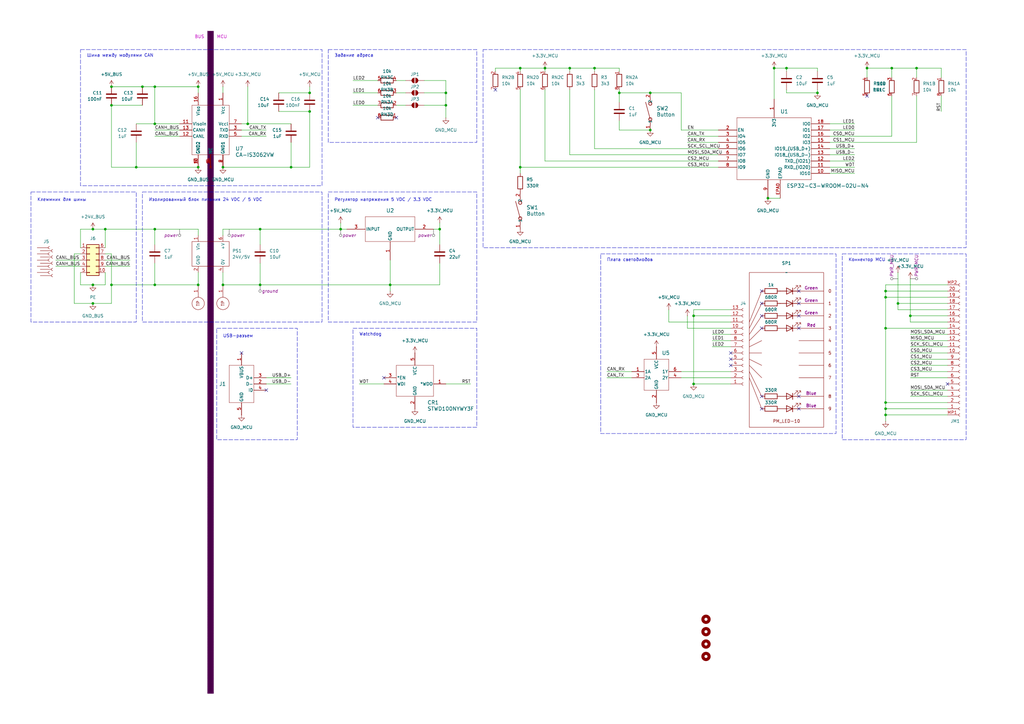
<source format=kicad_sch>
(kicad_sch (version 20250114) (generator "eeschema") (generator_version "9.0")
  (paper "A3")
  (title_block (title "${article} v${version}") (comment 2 "Konstantin"))
  (rectangle (start 12.7 78.74) (end 55.88 132.08) (stroke (width 0) (type dash)))
  (rectangle (start 88.9 134.62) (end 121.92 180.34) (stroke (width 0) (type dash)))
  (rectangle (start 144.78 134.62) (end 195.58 175.26) (stroke (width 0) (type dash)))
  (rectangle (start 198.12 20.32) (end 396.24 101.6) (stroke (width 0) (type dash)))
  (rectangle (start 246.38 104.14) (end 342.9 177.8) (stroke (width 0) (type dash)))
  (rectangle (start 134.62 78.74) (end 195.58 132.08) (stroke (width 0) (type dash)))
  (rectangle (start 33.02 20.32) (end 132.08 76.2) (stroke (width 0) (type dash)))
  (rectangle (start 58.42 78.74) (end 132.08 132.08) (stroke (width 0) (type dash)))
  (rectangle (start 345.44 104.14) (end 396.24 180.34) (stroke (width 0) (type dash)))
  (rectangle (start 85.09 12.7) (end 87.63 284.48) (stroke (width 0) (type dot) (color 72 0 72 1)) (fill (type color) (color 72 0 72 1)))
  (rectangle (start 134.62 20.32) (end 195.58 58.42) (stroke (width 0) (type dash)))
  (text "USB-разъем" (at 91.44 137.16 0) (effects (font (size 1.27 1.27)) (justify left top)))
  (text "Задание адреса" (at 137.16 22.86 0) (effects (font (size 1.27 1.27)) (justify left)))
  (text "Регулятор напряжения 5 VDC / 3.3 VDC" (at 137.16 81.28 0) (effects (font (size 1.27 1.27)) (justify left top)))
  (text "Плата светодиодов" (at 248.92 106.68 0) (effects (font (size 1.27 1.27)) (justify left)))
  (text "Шина между модулями CAN" (at 35.56 22.86 0) (effects (font (size 1.27 1.27)) (justify left)))
  (text "Изолированный блок питания 24 VDC / 5 VDC" (at 60.96 81.28 0) (effects (font (size 1.27 1.27)) (justify left top)))
  (text "MCU" (at 88.9 15.24 0) (effects (font (size 1.27 1.27)) (justify left)))
  (text "Watchdog" (at 147.32 137.16 0) (effects (font (size 1.27 1.27)) (justify left)))
  (text "Коннектор MCU" (at 347.98 106.68 0) (effects (font (size 1.27 1.27)) (justify left)))
  (text "BUS" (at 83.82 15.24 0) (effects (font (size 1.27 1.27)) (justify right)))
  (text "Клеммник для шины" (at 15.24 81.28 0) (effects (font (size 1.27 1.27)) (justify left top)))
  (junction (at 373.38 129.54))
  (junction (at 335.28 38.1))
  (junction (at 63.5 50.8))
  (junction (at 101.6 50.8))
  (junction (at 314.96 81.28))
  (junction (at 223.52 27.94))
  (junction (at 363.22 134.62))
  (junction (at 106.68 93.98))
  (junction (at 284.48 129.54))
  (junction (at 363.22 119.38))
  (junction (at 58.42 35.56))
  (junction (at 127 45.72))
  (junction (at 55.88 68.58))
  (junction (at 368.3 124.46))
  (junction (at 38.1 124.46))
  (junction (at 119.38 68.58))
  (junction (at 182.88 38.1))
  (junction (at 45.72 35.56))
  (junction (at 127 38.1))
  (junction (at 363.22 121.92))
  (junction (at 38.1 93.98))
  (junction (at 266.7 38.1))
  (junction (at 254 38.1))
  (junction (at 363.22 167.64))
  (junction (at 322.58 27.94))
  (junction (at 160.02 116.84))
  (junction (at 365.76 27.94))
  (junction (at 213.36 68.58))
  (junction (at 45.72 116.84))
  (junction (at 213.36 27.94))
  (junction (at 81.28 35.56))
  (junction (at 243.84 27.94))
  (junction (at 81.28 116.84))
  (junction (at 45.72 43.18))
  (junction (at 363.22 170.18))
  (junction (at 106.68 116.84))
  (junction (at 81.28 68.58))
  (junction (at 375.92 27.94))
  (junction (at 91.44 116.84))
  (junction (at 43.18 93.98))
  (junction (at 91.44 68.58))
  (junction (at 284.48 157.48))
  (junction (at 266.7 53.34))
  (junction (at 355.6 27.94))
  (junction (at 139.7 93.98))
  (junction (at 182.88 43.18))
  (junction (at 233.68 27.94))
  (junction (at 63.5 35.56))
  (junction (at 317.5 27.94))
  (junction (at 63.5 116.84))
  (junction (at 63.5 93.98))
  (junction (at 38.1 116.84))
  (junction (at 180.34 93.98))
  (junction (at 363.22 165.1))
  (no_connect (at 312.42 167.64))
  (no_connect (at 203.2 36.83))
  (no_connect (at 388.62 157.48))
  (no_connect (at 312.42 124.46))
  (no_connect (at 312.42 129.54))
  (no_connect (at 312.42 134.62))
  (no_connect (at 327.66 124.46))
  (no_connect (at 327.66 162.56))
  (no_connect (at 327.66 129.54))
  (no_connect (at 327.66 134.62))
  (no_connect (at 312.42 119.38))
  (no_connect (at 99.06 144.78))
  (no_connect (at 312.42 162.56))
  (no_connect (at 327.66 119.38))
  (no_connect (at 157.48 154.94))
  (no_connect (at 299.72 147.32))
  (no_connect (at 327.66 167.64))
  (no_connect (at 299.72 144.78))
  (no_connect (at 299.72 149.86))
  (no_connect (at 162.56 48.26))
  (no_connect (at 154.94 48.26))
  (no_connect (at 355.6 39.37))
  (no_connect (at 109.22 160.02))
  (wire (pts (xy 45.72 68.58) (xy 45.72 43.18)))
  (wire (pts (xy 281.94 129.54) (xy 281.94 134.62)))
  (wire (pts (xy 373.38 114.3) (xy 373.38 129.54)))
  (wire (pts (xy 284.48 129.54) (xy 299.72 129.54)))
  (wire (pts (xy 43.18 93.98) (xy 63.5 93.98)))
  (wire (pts (xy 43.18 116.84) (xy 43.18 111.76)))
  (wire (pts (xy 33.02 111.76) (xy 33.02 116.84)))
  (wire (pts (xy 43.18 109.22) (xy 53.34 109.22)))
  (wire (pts (xy 386.08 31.75) (xy 386.08 27.94)))
  (wire (pts (xy 254 27.94) (xy 254 29.21)))
  (wire (pts (xy 160.02 116.84) (xy 160.02 106.68)))
  (wire (pts (xy 127 68.58) (xy 119.38 68.58)))
  (wire (pts (xy 38.1 93.98) (xy 43.18 93.98)))
  (wire (pts (xy 368.3 127) (xy 388.62 127)))
  (wire (pts (xy 292.1 139.7) (xy 299.72 139.7)))
  (wire (pts (xy 55.88 68.58) (xy 45.72 68.58)))
  (wire (pts (xy 106.68 93.98) (xy 139.7 93.98)))
  (wire (pts (xy 363.22 119.38) (xy 388.62 119.38)))
  (wire (pts (xy 365.76 27.94) (xy 355.6 27.94)))
  (wire (pts (xy 292.1 137.16) (xy 299.72 137.16)))
  (wire (pts (xy 279.4 154.94) (xy 299.72 154.94)))
  (wire (pts (xy 365.76 27.94) (xy 365.76 31.75)))
  (wire (pts (xy 254 38.1) (xy 254 41.91)))
  (wire (pts (xy 363.22 167.64) (xy 388.62 167.64)))
  (wire (pts (xy 254 53.34) (xy 266.7 53.34)))
  (wire (pts (xy 173.99 43.18) (xy 182.88 43.18)))
  (wire (pts (xy 322.58 36.83) (xy 322.58 38.1)))
  (wire (pts (xy 99.06 50.8) (xy 101.6 50.8)))
  (wire (pts (xy 340.36 66.04) (xy 350.52 66.04)))
  (wire (pts (xy 363.22 116.84) (xy 388.62 116.84)))
  (wire (pts (xy 373.38 147.32) (xy 388.62 147.32)))
  (wire (pts (xy 279.4 152.4) (xy 299.72 152.4)))
  (wire (pts (xy 340.36 53.34) (xy 350.52 53.34)))
  (wire (pts (xy 274.32 127) (xy 274.32 132.08)))
  (wire (pts (xy 233.68 36.83) (xy 233.68 63.5)))
  (wire (pts (xy 355.6 27.94) (xy 355.6 31.75)))
  (wire (pts (xy 63.5 107.95) (xy 63.5 116.84)))
  (wire (pts (xy 284.48 127) (xy 284.48 129.54)))
  (wire (pts (xy 203.2 29.21) (xy 203.2 27.94)))
  (wire (pts (xy 363.22 134.62) (xy 363.22 165.1)))
  (wire (pts (xy 363.22 165.1) (xy 388.62 165.1)))
  (wire (pts (xy 127 35.56) (xy 127 38.1)))
  (wire (pts (xy 63.5 100.33) (xy 63.5 93.98)))
  (wire (pts (xy 106.68 107.95) (xy 106.68 116.84)))
  (wire (pts (xy 363.22 121.92) (xy 363.22 134.62)))
  (wire (pts (xy 73.66 50.8) (xy 63.5 50.8)))
  (wire (pts (xy 147.32 157.48) (xy 157.48 157.48)))
  (wire (pts (xy 81.28 111.76) (xy 81.28 116.84)))
  (wire (pts (xy 213.36 27.94) (xy 223.52 27.94)))
  (wire (pts (xy 91.44 116.84) (xy 106.68 116.84)))
  (wire (pts (xy 254 36.83) (xy 254 38.1)))
  (wire (pts (xy 22.86 106.68) (xy 33.02 106.68)))
  (wire (pts (xy 213.36 29.21) (xy 213.36 27.94)))
  (wire (pts (xy 109.22 157.48) (xy 119.38 157.48)))
  (wire (pts (xy 223.52 27.94) (xy 233.68 27.94)))
  (wire (pts (xy 109.22 154.94) (xy 119.38 154.94)))
  (wire (pts (xy 373.38 162.56) (xy 388.62 162.56)))
  (wire (pts (xy 144.78 43.18) (xy 154.94 43.18)))
  (wire (pts (xy 91.44 96.52) (xy 91.44 93.98)))
  (wire (pts (xy 317.5 27.94) (xy 317.5 40.64)))
  (wire (pts (xy 322.58 38.1) (xy 335.28 38.1)))
  (wire (pts (xy 266.7 38.1) (xy 279.4 38.1)))
  (wire (pts (xy 373.38 142.24) (xy 388.62 142.24)))
  (wire (pts (xy 340.36 71.12) (xy 350.52 71.12)))
  (wire (pts (xy 213.36 68.58) (xy 213.36 36.83)))
  (wire (pts (xy 223.52 36.83) (xy 223.52 66.04)))
  (wire (pts (xy 81.28 35.56) (xy 63.5 35.56)))
  (wire (pts (xy 173.99 38.1) (xy 182.88 38.1)))
  (wire (pts (xy 127 38.1) (xy 114.3 38.1)))
  (wire (pts (xy 45.72 104.14) (xy 45.72 116.84)))
  (wire (pts (xy 386.08 39.37) (xy 386.08 45.72)))
  (wire (pts (xy 375.92 27.94) (xy 386.08 27.94)))
  (wire (pts (xy 30.48 104.14) (xy 30.48 124.46)))
  (wire (pts (xy 180.34 93.98) (xy 180.34 100.33)))
  (wire (pts (xy 63.5 116.84) (xy 81.28 116.84)))
  (wire (pts (xy 373.38 139.7) (xy 388.62 139.7)))
  (wire (pts (xy 33.02 116.84) (xy 38.1 116.84)))
  (wire (pts (xy 109.22 55.88) (xy 99.06 55.88)))
  (wire (pts (xy 317.5 27.94) (xy 322.58 27.94)))
  (wire (pts (xy 335.28 27.94) (xy 335.28 29.21)))
  (wire (pts (xy 373.38 154.94) (xy 388.62 154.94)))
  (wire (pts (xy 91.44 93.98) (xy 106.68 93.98)))
  (wire (pts (xy 106.68 116.84) (xy 160.02 116.84)))
  (wire (pts (xy 299.72 157.48) (xy 284.48 157.48)))
  (wire (pts (xy 180.34 116.84) (xy 160.02 116.84)))
  (wire (pts (xy 365.76 39.37) (xy 365.76 55.88)))
  (wire (pts (xy 43.18 101.6) (xy 43.18 93.98)))
  (wire (pts (xy 81.28 35.56) (xy 81.28 38.1)))
  (wire (pts (xy 45.72 116.84) (xy 63.5 116.84)))
  (wire (pts (xy 363.22 167.64) (xy 363.22 170.18)))
  (wire (pts (xy 119.38 50.8) (xy 101.6 50.8)))
  (wire (pts (xy 340.36 50.8) (xy 350.52 50.8)))
  (wire (pts (xy 363.22 119.38) (xy 363.22 121.92)))
  (wire (pts (xy 38.1 124.46) (xy 45.72 124.46)))
  (wire (pts (xy 322.58 27.94) (xy 335.28 27.94)))
  (wire (pts (xy 213.36 68.58) (xy 213.36 71.12)))
  (wire (pts (xy 314.96 81.28) (xy 320.04 81.28)))
  (wire (pts (xy 274.32 132.08) (xy 299.72 132.08)))
  (wire (pts (xy 33.02 101.6) (xy 33.02 93.98)))
  (wire (pts (xy 127 45.72) (xy 114.3 45.72)))
  (wire (pts (xy 279.4 38.1) (xy 279.4 53.34)))
  (wire (pts (xy 180.34 93.98) (xy 180.34 91.44)))
  (wire (pts (xy 243.84 60.96) (xy 294.64 60.96)))
  (wire (pts (xy 340.36 58.42) (xy 375.92 58.42)))
  (wire (pts (xy 223.52 66.04) (xy 294.64 66.04)))
  (wire (pts (xy 243.84 27.94) (xy 254 27.94)))
  (wire (pts (xy 119.38 58.42) (xy 119.38 68.58)))
  (wire (pts (xy 368.3 111.76) (xy 368.3 124.46)))
  (wire (pts (xy 73.66 53.34) (xy 63.5 53.34)))
  (wire (pts (xy 363.22 170.18) (xy 388.62 170.18)))
  (wire (pts (xy 182.88 33.02) (xy 182.88 38.1)))
  (wire (pts (xy 81.28 68.58) (xy 55.88 68.58)))
  (wire (pts (xy 233.68 27.94) (xy 233.68 29.21)))
  (wire (pts (xy 203.2 27.94) (xy 213.36 27.94)))
  (wire (pts (xy 182.88 157.48) (xy 193.04 157.48)))
  (wire (pts (xy 243.84 36.83) (xy 243.84 60.96)))
  (wire (pts (xy 119.38 68.58) (xy 91.44 68.58)))
  (wire (pts (xy 162.56 33.02) (xy 166.37 33.02)))
  (wire (pts (xy 373.38 137.16) (xy 388.62 137.16)))
  (wire (pts (xy 45.72 35.56) (xy 58.42 35.56)))
  (wire (pts (xy 373.38 144.78) (xy 388.62 144.78)))
  (wire (pts (xy 248.92 152.4) (xy 259.08 152.4)))
  (wire (pts (xy 182.88 38.1) (xy 182.88 43.18)))
  (wire (pts (xy 33.02 104.14) (xy 30.48 104.14)))
  (wire (pts (xy 363.22 134.62) (xy 388.62 134.62)))
  (wire (pts (xy 243.84 27.94) (xy 243.84 29.21)))
  (wire (pts (xy 173.99 33.02) (xy 182.88 33.02)))
  (wire (pts (xy 63.5 35.56) (xy 58.42 35.56)))
  (wire (pts (xy 63.5 50.8) (xy 55.88 50.8)))
  (wire (pts (xy 144.78 38.1) (xy 154.94 38.1)))
  (wire (pts (xy 63.5 35.56) (xy 63.5 50.8)))
  (wire (pts (xy 281.94 58.42) (xy 294.64 58.42)))
  (wire (pts (xy 340.36 68.58) (xy 350.52 68.58)))
  (wire (pts (xy 106.68 100.33) (xy 106.68 93.98)))
  (wire (pts (xy 180.34 107.95) (xy 180.34 116.84)))
  (wire (pts (xy 139.7 93.98) (xy 142.24 93.98)))
  (wire (pts (xy 55.88 58.42) (xy 55.88 68.58)))
  (wire (pts (xy 254 38.1) (xy 266.7 38.1)))
  (wire (pts (xy 33.02 93.98) (xy 38.1 93.98)))
  (wire (pts (xy 281.94 134.62) (xy 299.72 134.62)))
  (wire (pts (xy 223.52 27.94) (xy 223.52 29.21)))
  (wire (pts (xy 373.38 129.54) (xy 373.38 132.08)))
  (wire (pts (xy 162.56 43.18) (xy 166.37 43.18)))
  (wire (pts (xy 45.72 104.14) (xy 43.18 104.14)))
  (wire (pts (xy 182.88 43.18) (xy 182.88 48.26)))
  (wire (pts (xy 368.3 124.46) (xy 368.3 127)))
  (wire (pts (xy 373.38 160.02) (xy 388.62 160.02)))
  (wire (pts (xy 373.38 132.08) (xy 388.62 132.08)))
  (wire (pts (xy 38.1 116.84) (xy 43.18 116.84)))
  (wire (pts (xy 284.48 129.54) (xy 284.48 157.48)))
  (wire (pts (xy 340.36 55.88) (xy 365.76 55.88)))
  (wire (pts (xy 340.36 60.96) (xy 350.52 60.96)))
  (wire (pts (xy 91.44 111.76) (xy 91.44 116.84)))
  (wire (pts (xy 373.38 152.4) (xy 388.62 152.4)))
  (wire (pts (xy 81.28 96.52) (xy 81.28 93.98)))
  (wire (pts (xy 101.6 35.56) (xy 101.6 50.8)))
  (wire (pts (xy 63.5 93.98) (xy 81.28 93.98)))
  (wire (pts (xy 127 45.72) (xy 127 68.58)))
  (wire (pts (xy 375.92 31.75) (xy 375.92 27.94)))
  (wire (pts (xy 248.92 154.94) (xy 259.08 154.94)))
  (wire (pts (xy 368.3 124.46) (xy 388.62 124.46)))
  (wire (pts (xy 43.18 106.68) (xy 53.34 106.68)))
  (wire (pts (xy 177.8 93.98) (xy 180.34 93.98)))
  (wire (pts (xy 363.22 116.84) (xy 363.22 119.38)))
  (wire (pts (xy 73.66 55.88) (xy 63.5 55.88)))
  (wire (pts (xy 363.22 121.92) (xy 388.62 121.92)))
  (wire (pts (xy 340.36 63.5) (xy 350.52 63.5)))
  (wire (pts (xy 365.76 27.94) (xy 375.92 27.94)))
  (wire (pts (xy 30.48 124.46) (xy 38.1 124.46)))
  (wire (pts (xy 373.38 129.54) (xy 388.62 129.54)))
  (wire (pts (xy 284.48 127) (xy 299.72 127)))
  (wire (pts (xy 322.58 29.21) (xy 322.58 27.94)))
  (wire (pts (xy 233.68 27.94) (xy 243.84 27.94)))
  (wire (pts (xy 58.42 43.18) (xy 45.72 43.18)))
  (wire (pts (xy 139.7 91.44) (xy 139.7 93.98)))
  (wire (pts (xy 292.1 142.24) (xy 299.72 142.24)))
  (wire (pts (xy 281.94 55.88) (xy 294.64 55.88)))
  (wire (pts (xy 363.22 165.1) (xy 363.22 167.64)))
  (wire (pts (xy 254 49.53) (xy 254 53.34)))
  (wire (pts (xy 91.44 35.56) (xy 91.44 38.1)))
  (wire (pts (xy 375.92 39.37) (xy 375.92 58.42)))
  (wire (pts (xy 22.86 109.22) (xy 33.02 109.22)))
  (wire (pts (xy 279.4 53.34) (xy 294.64 53.34)))
  (wire (pts (xy 144.78 33.02) (xy 154.94 33.02)))
  (wire (pts (xy 45.72 116.84) (xy 45.72 124.46)))
  (wire (pts (xy 109.22 53.34) (xy 99.06 53.34)))
  (wire (pts (xy 233.68 63.5) (xy 294.64 63.5)))
  (wire (pts (xy 363.22 170.18) (xy 363.22 172.72)))
  (wire (pts (xy 213.36 68.58) (xy 294.64 68.58)))
  (wire (pts (xy 335.28 36.83) (xy 335.28 38.1)))
  (wire (pts (xy 373.38 149.86) (xy 388.62 149.86)))
  (wire (pts (xy 162.56 38.1) (xy 166.37 38.1)))
  (wire (pts (xy 160.02 116.84) (xy 160.02 119.38)))
  (label "USB_D+" (at 119.38 154.94 180))
  (label "CS2_MCU" (at 281.94 66.04 0))
  (label "USB_D-" (at 119.38 157.48 180))
  (label "CANL_BUS" (at 53.34 106.68 180))
  (label "CS0_MCU" (at 350.52 55.88 180))
  (label "CS1_MCU" (at 350.52 58.42 180))
  (label "SCK_SCL_MCU" (at 281.94 60.96 0))
  (label "CAN_RX" (at 281.94 58.42 0))
  (label "CAN_RX" (at 109.22 55.88 180))
  (label "LED1" (at 350.52 50.8 180))
  (label "CS1_MCU" (at 373.38 147.32 0))
  (label "SCK_SCL_MCU" (at 373.38 162.56 0))
  (label "MOSI_SDA_MCU" (at 373.38 160.02 0))
  (label "CANH_BUS" (at 63.5 53.34 0))
  (label "LED0" (at 144.78 43.18 0))
  (label "MISO_MCU" (at 373.38 139.7 0))
  (label "LED2" (at 144.78 33.02 0))
  (label "CANL_BUS" (at 22.86 106.68 0))
  (label "LED0" (at 350.52 53.34 180))
  (label "USB_D-" (at 350.52 63.5 180))
  (label "LED0" (at 292.1 137.16 0))
  (label "SCK_SCL_MCU" (at 373.38 142.24 0))
  (label "RST" (at 386.08 45.72 90))
  (label "USB_D+" (at 350.52 60.96 180))
  (label "CAN_TX" (at 109.22 53.34 180))
  (label "RST" (at 373.38 154.94 0))
  (label "MISO_MCU" (at 350.52 71.12 180))
  (label "RST" (at 193.04 157.48 180))
  (label "MOSI_SDA_MCU" (at 373.38 137.16 0))
  (label "CANL_BUS" (at 63.5 55.88 0))
  (label "CAN_TX" (at 248.92 154.94 0))
  (label "WDT" (at 147.32 157.48 0))
  (label "WDT" (at 350.52 68.58 180))
  (label "CS2_MCU" (at 373.38 149.86 0))
  (label "CS3_MCU" (at 281.94 68.58 0))
  (label "CS3_MCU" (at 373.38 152.4 0))
  (label "EN" (at 281.94 53.34 0))
  (label "CANH_BUS" (at 22.86 109.22 0))
  (label "CS0_MCU" (at 373.38 144.78 0))
  (label "CAN_TX" (at 281.94 55.88 0))
  (label "CAN_RX" (at 248.92 152.4 0))
  (label "LED1" (at 292.1 139.7 0))
  (label "LED2" (at 292.1 142.24 0))
  (label "MOSI_SDA_MCU" (at 281.94 63.5 0))
  (label "CANH_BUS" (at 53.34 109.22 180))
  (label "LED2" (at 350.52 66.04 180))
  (label "LED1" (at 144.78 38.1 0))
  (netclass_flag "" (length 2.54) (shape round) (at 177.8 93.98 180) (property "Netclass" "power" (at 177.1015 96.52 0) (effects (font (italic yes)) (justify right))))
  (netclass_flag "" (length 2.54) (shape round) (at 73.66 93.98 180) (property "Netclass" "power" (at 72.9615 96.52 0) (effects (font (italic yes)) (justify right))))
  (netclass_flag "" (length 2.54) (shape round) (at 93.98 93.98 180) (property "Netclass" "power" (at 94.6785 96.52 0) (effects (font (italic yes)) (justify left))))
  (netclass_flag "" (length 2.54) (shape round) (at 106.68 116.84 180) (property "Netclass" "ground" (at 107.3785 119.38 0) (effects (font (italic yes)) (justify left))))
  (netclass_flag "" (length 2.54) (shape round) (at 368.3 114.3 90) (property "Netclass" "PWR_MCU" (at 365.76 113.6015 90) (effects (font (italic yes)) (justify left))))
  (netclass_flag "" (length 2.54) (shape round) (at 139.7 93.98 180) (property "Netclass" "power" (at 140.3985 96.52 0) (effects (font (italic yes)) (justify left))))
  (netclass_flag "" (length 2.54) (shape round) (at 373.38 114.3 270) (property "Netclass" "PWR_MCU" (at 375.92 113.6015 90) (effects (font (italic yes)) (justify left))))
  (symbol (lib_id "kicad_inventree_lib:C_100nF_16V_0603_MLCC-X7R") (at 127 41.91 0) (mirror y) (unit 1)
    (property "Reference" "C16" (at 123.19 40.6399 0) (effects (justify left)))
    (property "Value" "100nF" (at 123.19 43.1799 0) (effects (justify left)))
    (property "Footprint" "Capacitor_SMD:C_0603_1608Metric" (effects (hide yes)))
    (property "Datasheet" "http://inventree.network/part/221" (effects (hide yes)))
    (property "Description" "Unpolarized capacitor" (effects (hide yes)))
    (property "part_ipn" "C_100nF_16V_0603_MLCC-X7R" (effects (hide yes)))
  )
  (symbol (lib_id "kicad_inventree_lib:C_1uF_50V_0603_MLCC-X7R") (at 119.38 54.61 0) (mirror y) (unit 1)
    (property "Reference" "C15" (at 115.57 53.3399 0) (effects (justify left)))
    (property "Value" "1uF" (at 115.57 55.8799 0) (effects (justify left)))
    (property "Footprint" "Capacitor_SMD:C_0603_1608Metric" (effects (hide yes)))
    (property "Description" "Unpolarized capacitor" (effects (hide yes)))
    (property "part_ipn" "C_1uF_50V_0603_MLCC-X7R" (effects (hide yes)))
  )
  (symbol (lib_id "power:GND") (at 81.28 68.58 0) (mirror y) (unit 1)
    (property "Reference" "#PWR023" (effects (hide yes)))
    (property "Value" "GND_BUS" (at 81.28 73.66 0))
    (property "Description" "Power symbol creates a global label with name \"GND\" , ground" (effects (hide yes)))
  )
  (symbol (lib_id "kicad_inventree_lib: C_1uF_16V_0603_MLCC-X7R ") (at 335.28 33.02 0) (unit 1)
    (property "Reference" "C5" (at 339.09 31.7499 0) (effects (justify left)))
    (property "Value" "1uF" (at 339.09 34.2899 0) (effects (justify left)))
    (property "Footprint" "Capacitor_SMD:C_0603_1608Metric" (effects (hide yes)))
    (property "Datasheet" "http://inventree.network/part/227/" (effects (hide yes)))
    (property "Description" "Unpolarized capacitor" (effects (hide yes)))
    (property "part_ipn" " C_1uF_16V_0603_MLCC-X7R " (effects (hide yes)))
  )
  (symbol (lib_id "kicad_inventree_lib:TS-1088-AR02016") (at 266.7 53.34 90) (unit 1)
    (property "Reference" "SW2" (at 269.24 44.4499 90) (effects (font (size 1.524 1.524)) (justify right)))
    (property "Value" "Button" (at 269.24 46.9899 90) (effects (font (size 1.524 1.524)) (justify right)))
    (property "Footprint" "kicad_inventree_lib:SW_TS-1088_XNP-M" (effects (hide yes)))
    (property "Datasheet" "http://inventree.network/part/139/" (effects (hide yes)))
    (property "part_ipn" "TS-1088-AR02016 " (effects (hide yes)))
  )
  (symbol (lib_id "kicad_inventree_lib:C_10uF_16V_0805_MLCC-X7R") (at 58.42 39.37 0) (mirror y) (unit 1)
    (property "Reference" "C13" (at 54.61 38.0999 0) (effects (justify left)))
    (property "Value" "10uF" (at 54.61 40.6399 0) (effects (justify left)))
    (property "Footprint" "Capacitor_SMD:C_0805_2012Metric" (effects (hide yes)))
    (property "Datasheet" "http://inventree.network/part/271/" (effects (hide yes)))
    (property "Description" "Unpolarized capacitor" (effects (hide yes)))
    (property "part_ipn" "C_10uF_16V_0805_MLCC-X7R" (effects (hide yes)))
  )
  (symbol (lib_id "power:+3.3V") (at 269.24 142.24 0) (unit 1)
    (property "Reference" "#PWR029" (effects (hide yes)))
    (property "Value" "+3.3V_MCU" (at 269.24 137.16 0))
    (property "Description" "Power symbol creates a global label with name \"+3.3V\"" (effects (hide yes)))
  )
  (symbol (lib_id "kicad_inventree_lib:15EDGKNH-3.5-10P") (at 20.32 106.68 0) (unit 1) (on_board no)
    (property "Reference" "J5" (at 17.78 99.06 0) (effects (justify left)))
    (property "Value" "15EDGKNH-3.5-10P" (effects (hide yes)))
    (property "Datasheet" "http://inventree.network/part/257/" (effects (hide yes)))
    (property "Description" "Generic connector, single row, 01x05, script generated" (effects (hide yes)))
    (property "part_ipn" "15EDGKNH-3.5-10P" (effects (hide yes)))
  )
  (symbol (lib_id "kicad_inventree_lib:SolderJumper_2_Open") (at 170.18 43.18 0) (unit 1) (in_bom no)
    (property "Reference" "JP3" (at 170.18 40.64 0))
    (property "Value" "SolderJumper_2_Open" (effects (hide yes)))
    (property "Footprint" "kicad_inventree_lib:SolderJumper-2_P1.3mm_Open_RoundedPad1.0x1.5mm" (effects (hide yes)))
    (property "Description" "Solder Jumper, 2-pole, open" (effects (hide yes)))
  )
  (symbol (lib_id "kicad_inventree_lib:R_3k3_0603_1%") (at 233.68 33.02 0) (unit 1)
    (property "Reference" "R1" (at 236.22 31.7499 0) (effects (justify left)))
    (property "Value" "3k3" (at 236.22 34.2899 0) (effects (justify left)))
    (property "Footprint" "Resistor_SMD:R_0603_1608Metric" (effects (hide yes)))
    (property "Datasheet" "http://inventree.network/part/234/" (effects (hide yes)))
    (property "Description" "Resistor" (effects (hide yes)))
    (property "part_ipn" "R_3k3_0603_1%" (effects (hide yes)))
  )
  (symbol (lib_id "kicad_inventree_lib:PM_LED-10-v0.0.1") (at 322.58 111.76 0) (unit 1) (on_board no)
    (property "Reference" "SP1" (at 322.58 107.95 0))
    (property "Value" "~" (at 322.58 111.76 0))
    (property "Footprint" "kicad_inventree_lib:PM_LED-xx-v0.0.1" (effects (hide yes)))
    (property "part_ipn" "PM_LED-10-v0.0.1" (effects (hide yes)))
  )
  (symbol (lib_id "kicad_inventree_lib:R_10k_0603x4_1%") (at 365.76 35.56 180) (unit 3)
    (property "Reference" "RN1" (at 363.22 36.8301 0) (effects (justify left)))
    (property "Value" "10k" (at 363.22 34.2901 0) (effects (justify left)))
    (property "Footprint" "Resistor_SMD:R_Array_Convex_4x0603" (effects (hide yes)))
    (property "Datasheet" "http://inventree.network/part/233/" (effects (hide yes)))
    (property "Description" "4 resistor network, parallel topology, split" (effects (hide yes)))
    (property "part_ipn" "R_10k_0603x4_1%" (effects (hide yes)))
  )
  (symbol (lib_id "kicad_inventree_lib:CA-IS3062VW") (at 86.36 43.18 0) (mirror y) (unit 1)
    (property "Reference" "U7" (at 96.52 60.96 0) (effects (font (size 1.524 1.524)) (justify right)))
    (property "Value" "CA-IS3062VW" (at 96.52 63.5 0) (effects (font (size 1.524 1.524)) (justify right)))
    (property "Footprint" "kicad_inventree_lib:SOIC16-WBW_CLG-M" (effects (hide yes)))
    (property "Description" "SOIC-16-WB Isolated CAN Transceivers (with Power)" (effects (hide yes)))
    (property "part_ipn" "CA-IS3062VW" (effects (hide yes)))
  )
  (symbol (lib_id "kicad_inventree_lib:AFA07-S12FCC-00") (at 304.8 147.32 0) (mirror x) (unit 1)
    (property "Reference" "J4" (at 304.8 124.46 0))
    (property "Value" "AFA07-S12FCC-00" (effects (hide yes)))
    (property "Footprint" "kicad_inventree_lib:CONN10_AFA07-S12_JUS" (effects (hide yes)))
    (property "Description" "Generic connector, single row, 01x10, script generated" (effects (hide yes)))
    (property "part_ipn" "AFA07-S12FCC-00" (effects (hide yes)))
  )
  (symbol (lib_id "kicad_inventree_lib:C_22uF_16V_0805_MLCC-X5R") (at 180.34 104.14 0) (unit 1)
    (property "Reference" "C4" (at 184.15 102.8699 0) (effects (justify left)))
    (property "Value" "22uF" (at 184.15 105.4099 0) (effects (justify left)))
    (property "Footprint" "Capacitor_SMD:C_0805_2012Metric" (effects (hide yes)))
    (property "Datasheet" "http://inventree.network/part/287/" (effects (hide yes)))
    (property "Description" "Unpolarized capacitor" (effects (hide yes)))
    (property "part_ipn" "C_22uF_16V_0805_MLCC-X5R" (effects (hide yes)))
  )
  (symbol (lib_id "power:GND") (at 335.28 38.1 0) (unit 1)
    (property "Reference" "#PWR010" (effects (hide yes)))
    (property "Value" "GND_MCU" (at 335.28 43.18 0))
    (property "Description" "Power symbol creates a global label with name \"GND\" , ground" (effects (hide yes)))
  )
  (symbol (lib_id "kicad_inventree_lib:XL-1606SYGC") (at 323.85 119.38 180) (unit 1) (on_board no)
    (property "Reference" "D3" (effects (hide yes)))
    (property "Value" "XL-1606SYGC" (effects (hide yes)))
    (property "Footprint" "kicad_inventree_lib:XL-1606" (effects (hide yes)))
    (property "Datasheet" "http://inventree.network/part/278/" (effects (hide yes)))
    (property "Description" "Green" (at 332.74 118.11 0))
    (property "part_ipn" "XL-1606SYGC" (effects (hide yes)))
  )
  (symbol (lib_id "power:GND") (at 38.1 116.84 0) (mirror y) (unit 1)
    (property "Reference" "#PWR017" (effects (hide yes)))
    (property "Value" "PE" (at 38.1 121.92 0))
    (property "Description" "Power symbol creates a global label with name \"GND\" , ground" (effects (hide yes)))
  )
  (symbol (lib_id "power:GND") (at 182.88 48.26 0) (unit 1)
    (property "Reference" "#PWR021" (effects (hide yes)))
    (property "Value" "GND_MCU" (at 182.88 53.34 0))
    (property "Description" "Power symbol creates a global label with name \"GND\" , ground" (effects (hide yes)))
  )
  (symbol (lib_id "kicad_inventree_lib:SolderJumper_2_Open") (at 170.18 33.02 0) (unit 1) (in_bom no)
    (property "Reference" "JP1" (at 170.18 30.48 0))
    (property "Value" "SolderJumper_2_Open" (effects (hide yes)))
    (property "Footprint" "kicad_inventree_lib:SolderJumper-2_P1.3mm_Open_RoundedPad1.0x1.5mm" (effects (hide yes)))
    (property "Description" "Solder Jumper, 2-pole, open" (effects (hide yes)))
  )
  (symbol (lib_id "kicad_inventree_lib:B2405LS-1WR3") (at 86.36 99.06 0) (unit 1)
    (property "Reference" "PS1" (at 95.25 102.8699 0) (effects (justify left)))
    (property "Value" "24V/5V" (at 95.25 105.4099 0) (effects (justify left)))
    (property "Footprint" "kicad_inventree_lib:B2405LS-1WR3" (effects (hide yes)))
    (property "Datasheet" "http://inventree.network/part/220/" (effects (hide yes)))
    (property "part_ipn" "B2405LS-1WR3" (effects (hide yes)))
  )
  (symbol (lib_id "kicad_inventree_lib:R_10k_0603x4_1%") (at 203.2 33.02 180) (unit 2)
    (property "Reference" "RN2" (at 205.74 31.7499 0) (effects (justify right)))
    (property "Value" "10k" (at 205.74 34.2899 0) (effects (justify right)))
    (property "Footprint" "Resistor_SMD:R_Array_Convex_4x0603" (effects (hide yes)))
    (property "Datasheet" "http://inventree.network/part/233/" (effects (hide yes)))
    (property "Description" "4 resistor network, parallel topology, split" (effects (hide yes)))
    (property "part_ipn" "R_10k_0603x4_1%" (effects (hide yes)))
  )
  (symbol (lib_id "kicad_inventree_lib:R_10k_0603x4_1%") (at 158.75 48.26 90) (unit 1)
    (property "Reference" "RN3" (at 158.75 41.91 90))
    (property "Value" "10k" (at 158.75 44.45 90))
    (property "Footprint" "Resistor_SMD:R_Array_Convex_4x0603" (effects (hide yes)))
    (property "Datasheet" "http://inventree.network/part/233/" (effects (hide yes)))
    (property "Description" "4 resistor network, parallel topology, split" (effects (hide yes)))
    (property "part_ipn" "R_10k_0603x4_1%" (effects (hide yes)))
  )
  (symbol (lib_id "power:+5V") (at 274.32 127 0) (unit 1)
    (property "Reference" "#PWR18" (effects (hide yes)))
    (property "Value" "+5V_MCU" (at 274.32 121.92 0))
    (property "Description" "Power symbol creates a global label with name \"+5V\"" (effects (hide yes)))
  )
  (symbol (lib_id "kicad_inventree_lib:SolderJumper_2_Open") (at 170.18 38.1 0) (unit 1) (in_bom no)
    (property "Reference" "JP2" (at 170.18 35.56 0))
    (property "Value" "SolderJumper_2_Open" (effects (hide yes)))
    (property "Footprint" "kicad_inventree_lib:SolderJumper-2_P1.3mm_Open_RoundedPad1.0x1.5mm" (effects (hide yes)))
    (property "Description" "Solder Jumper, 2-pole, open" (effects (hide yes)))
  )
  (symbol (lib_id "kicad_inventree_lib:XL-1606SURC") (at 323.85 134.62 180) (unit 1) (on_board no)
    (property "Reference" "D6" (effects (hide yes)))
    (property "Value" "XL-1606SURC" (effects (hide yes)))
    (property "Footprint" "kicad_inventree_lib:XL-1606" (effects (hide yes)))
    (property "Datasheet" "http://inventree.network/part/279/" (effects (hide yes)))
    (property "Description" "Red" (at 332.74 133.35 0))
    (property "part_ipn" "XL-1606SURC" (effects (hide yes)))
  )
  (symbol (lib_id "kicad_inventree_lib:MountingHole_M2") (at 289.56 264.16 0) (unit 1) (exclude_from_sim yes) (in_bom no)
    (property "Reference" "H3" (effects (hide yes)))
    (property "Value" "MountingHole_M2" (effects (hide yes)))
    (property "Footprint" "kicad_inventree_lib:MountingHole_M2" (effects (hide yes)))
    (property "Description" "Mounting Hole without connection" (effects (hide yes)))
  )
  (symbol (lib_id "kicad_inventree_lib:15EDGRHC-THR-3.5-10P") (at 38.1 109.22 0) (unit 1)
    (property "Reference" "J6" (at 38.1 97.79 0))
    (property "Value" "15EDGRHC-THR-3.5-10P" (effects (hide yes)))
    (property "Footprint" "kicad_inventree_lib:15EDGRHC-THR-3.5-10P" (effects (hide yes)))
    (property "Datasheet" "http://inventree.network/part/232/" (effects (hide yes)))
    (property "Description" "Generic connector, double row, 02x05, odd/even pin numbering scheme (row 1 odd numbers, row 2 even numbers), script generated (kicad-library-utils/schlib/autogen/connector/)" (effects (hide yes)))
    (property "part_ipn" "15EDGRHC-THR-3.5-10P" (effects (hide yes)))
  )
  (symbol (lib_id "kicad_inventree_lib:MountingHole_M2") (at 289.56 269.24 0) (unit 1) (exclude_from_sim yes) (in_bom no)
    (property "Reference" "H4" (effects (hide yes)))
    (property "Value" "MountingHole_M2" (effects (hide yes)))
    (property "Footprint" "kicad_inventree_lib:MountingHole_M2" (effects (hide yes)))
    (property "Description" "Mounting Hole without connection" (effects (hide yes)))
  )
  (symbol (lib_id "power:GND") (at 170.18 167.64 0) (unit 1)
    (property "Reference" "#PWR025" (effects (hide yes)))
    (property "Value" "GND_MCU" (at 170.18 172.72 0))
    (property "Description" "Power symbol creates a global label with name \"GND\" , ground" (effects (hide yes)))
  )
  (symbol (lib_id "power:+5V") (at 373.38 114.3 0) (unit 1)
    (property "Reference" "#PWR022" (effects (hide yes)))
    (property "Value" "+3.3V_MCU" (at 373.38 109.22 0))
    (property "Description" "Power symbol creates a global label with name \"+5V\"" (effects (hide yes)))
  )
  (symbol (lib_id "kicad_inventree_lib:TS-1088-AR02016") (at 213.36 93.98 90) (unit 1)
    (property "Reference" "SW1" (at 215.9 85.0899 90) (effects (font (size 1.524 1.524)) (justify right)))
    (property "Value" "Button" (at 215.9 87.6299 90) (effects (font (size 1.524 1.524)) (justify right)))
    (property "Footprint" "kicad_inventree_lib:SW_TS-1088_XNP-M" (effects (hide yes)))
    (property "Datasheet" "http://inventree.network/part/139/" (effects (hide yes)))
    (property "part_ipn" "TS-1088-AR02016 " (effects (hide yes)))
  )
  (symbol (lib_id "power:GND") (at 266.7 53.34 0) (unit 1)
    (property "Reference" "#PWR09" (effects (hide yes)))
    (property "Value" "GND_MCU" (at 266.7 58.42 0))
    (property "Description" "Power symbol creates a global label with name \"GND\" , ground" (effects (hide yes)))
  )
  (symbol (lib_id "kicad_inventree_lib:XL-1606UBC") (at 323.85 162.56 180) (unit 1) (on_board no)
    (property "Reference" "D4" (effects (hide yes)))
    (property "Value" "XL-1606UBC" (effects (hide yes)))
    (property "Footprint" "kicad_inventree_lib:XL-1606" (effects (hide yes)))
    (property "Datasheet" "http://inventree.network/part/277/" (effects (hide yes)))
    (property "Description" "Blue" (at 332.74 161.29 0))
    (property "part_ipn" "XL-1606UBC" (effects (hide yes)))
  )
  (symbol (lib_id "power:+5V") (at 127 35.56 0) (mirror y) (unit 1)
    (property "Reference" "#PWR032" (effects (hide yes)))
    (property "Value" "+5V_MCU" (at 127 30.48 0))
    (property "Description" "Power symbol creates a global label with name \"+5V\"" (effects (hide yes)))
  )
  (symbol (lib_id "power:+3.3V") (at 170.18 144.78 0) (unit 1)
    (property "Reference" "#PWR015" (effects (hide yes)))
    (property "Value" "+3.3V_MCU" (at 170.18 139.7 0))
    (property "Description" "Power symbol creates a global label with name \"+3.3V\"" (effects (hide yes)))
  )
  (symbol (lib_id "power:+5V") (at 368.3 111.76 0) (unit 1)
    (property "Reference" "#PWR01" (effects (hide yes)))
    (property "Value" "+5V_MCU" (at 368.3 106.68 0))
    (property "Description" "Power symbol creates a global label with name \"+5V\"" (effects (hide yes)))
  )
  (symbol (lib_id "kicad_inventree_lib:R_10k_0603x4_1%") (at 223.52 33.02 180) (unit 3)
    (property "Reference" "RN2" (at 226.06 31.7499 0) (effects (justify right)))
    (property "Value" "10k" (at 226.06 34.2899 0) (effects (justify right)))
    (property "Footprint" "Resistor_SMD:R_Array_Convex_4x0603" (effects (hide yes)))
    (property "Datasheet" "http://inventree.network/part/233/" (effects (hide yes)))
    (property "Description" "4 resistor network, parallel topology, split" (effects (hide yes)))
    (property "part_ipn" "R_10k_0603x4_1%" (effects (hide yes)))
  )
  (symbol (lib_id "kicad_inventree_lib:C_10uF_16V_0805_MLCC-X7R") (at 114.3 41.91 0) (mirror y) (unit 1)
    (property "Reference" "C14" (at 110.49 40.6399 0) (effects (justify left)))
    (property "Value" "10uF" (at 110.49 43.1799 0) (effects (justify left)))
    (property "Footprint" "Capacitor_SMD:C_0805_2012Metric" (effects (hide yes)))
    (property "Datasheet" "http://inventree.network/part/271/" (effects (hide yes)))
    (property "Description" "Unpolarized capacitor" (effects (hide yes)))
    (property "part_ipn" "C_10uF_16V_0805_MLCC-X7R" (effects (hide yes)))
  )
  (symbol (lib_id "kicad_inventree_lib:R_10k_0603x4_1%") (at 158.75 43.18 90) (unit 2)
    (property "Reference" "RN3" (at 158.75 36.83 90))
    (property "Value" "10k" (at 158.75 39.37 90))
    (property "Footprint" "Resistor_SMD:R_Array_Convex_4x0603" (effects (hide yes)))
    (property "Datasheet" "http://inventree.network/part/233/" (effects (hide yes)))
    (property "Description" "4 resistor network, parallel topology, split" (effects (hide yes)))
    (property "part_ipn" "R_10k_0603x4_1%" (effects (hide yes)))
  )
  (symbol (lib_id "kicad_inventree_lib:C_1uF_50V_0603_MLCC-X7R") (at 55.88 54.61 0) (mirror y) (unit 1)
    (property "Reference" "C12" (at 52.07 53.3399 0) (effects (justify left)))
    (property "Value" "1uF" (at 52.07 55.8799 0) (effects (justify left)))
    (property "Footprint" "Capacitor_SMD:C_0603_1608Metric" (effects (hide yes)))
    (property "Description" "Unpolarized capacitor" (effects (hide yes)))
    (property "part_ipn" "C_1uF_50V_0603_MLCC-X7R" (effects (hide yes)))
  )
  (symbol (lib_id "kicad_inventree_lib:XKG_U254-051T-4BH83-S1S") (at 99.06 149.86 0) (mirror y) (unit 1)
    (property "Reference" "J1" (at 92.71 157.4799 0) (effects (font (size 1.524 1.524)) (justify left)))
    (property "Value" "U254-051T-4BH83-S1S" (effects (hide yes)))
    (property "Footprint" "kicad_inventree_lib:CONN5_H83-S1S_XKB" (effects (hide yes)))
    (property "Datasheet" "http://inventree.network/part/136/" (effects (hide yes)))
    (property "part_ipn" "U254-051T-4BH83-S1S " (effects (hide yes)))
  )
  (symbol (lib_id "kicad_inventree_lib:C_1uF_50V_0603_MLCC-X7R") (at 63.5 104.14 0) (unit 1)
    (property "Reference" "C7" (at 67.31 102.8699 0) (effects (justify left)))
    (property "Value" "1uF" (at 67.31 105.4099 0) (effects (justify left)))
    (property "Footprint" "Capacitor_SMD:C_0603_1608Metric" (effects (hide yes)))
    (property "Description" "Unpolarized capacitor" (effects (hide yes)))
    (property "part_ipn" "C_1uF_50V_0603_MLCC-X7R" (effects (hide yes)))
  )
  (symbol (lib_id "kicad_inventree_lib:C_10uF_16V_0805_MLCC-X7R") (at 106.68 104.14 0) (unit 1)
    (property "Reference" "C10" (at 110.49 102.8699 0) (effects (justify left)))
    (property "Value" "10uF" (at 110.49 105.4099 0) (effects (justify left)))
    (property "Footprint" "Capacitor_SMD:C_0805_2012Metric" (effects (hide yes)))
    (property "Datasheet" "http://inventree.network/part/271/" (effects (hide yes)))
    (property "Description" "Unpolarized capacitor" (effects (hide yes)))
    (property "part_ipn" "C_10uF_16V_0805_MLCC-X7R" (effects (hide yes)))
  )
  (symbol (lib_id "kicad_inventree_lib:STWD100NYWY3F") (at 170.18 162.56 0) (unit 1)
    (property "Reference" "CR1" (at 175.26 165.1 0) (effects (font (size 1.524 1.524)) (justify left)))
    (property "Value" "STWD100NYWY3F" (at 175.26 167.64 0) (effects (font (size 1.524 1.524)) (justify left)))
    (property "Footprint" "kicad_inventree_lib:SOT23-5L_STM" (effects (hide yes)))
    (property "Datasheet" "http://inventree.localhost/platform/part/336/details" (effects (hide yes)))
    (property "part_ipn" "STWD100NYWY3F" (effects (hide yes)))
  )
  (symbol (lib_id "power:+5V") (at 91.44 35.56 0) (mirror y) (unit 1)
    (property "Reference" "#PWR0101" (effects (hide yes)))
    (property "Value" "+5V_MCU" (at 91.44 30.48 0))
    (property "Description" "Power symbol creates a global label with name \"+5V\"" (effects (hide yes)))
  )
  (symbol (lib_id "power:+5V") (at 45.72 35.56 0) (mirror y) (unit 1)
    (property "Reference" "#PWR0102" (effects (hide yes)))
    (property "Value" "+5V_BUS" (at 45.72 30.48 0))
    (property "Description" "Power symbol creates a global label with name \"+5V\"" (effects (hide yes)))
  )
  (symbol (lib_id "kicad_inventree_lib:SN74LVC2G14DBVR") (at 269.24 147.32 0) (unit 1)
    (property "Reference" "U5" (at 271.4341 144.78 0) (effects (font (size 1.524 1.524)) (justify left)))
    (property "Value" "SN74LVC2G14DBVR" (effects (hide yes)))
    (property "Footprint" "kicad_inventree_lib:DBV6-M" (effects (hide yes)))
    (property "Datasheet" "http://inventree.network/part/216/" (effects (hide yes)))
    (property "part_ipn" "SN74LVC2G14DBVR" (effects (hide yes)))
  )
  (symbol (lib_id "power:+3.3V") (at 317.5 27.94 0) (unit 1)
    (property "Reference" "#PWR014" (effects (hide yes)))
    (property "Value" "+3.3V_MCU" (at 317.5 22.86 0))
    (property "Description" "Power symbol creates a global label with name \"+3.3V\"" (effects (hide yes)))
  )
  (symbol (lib_id "power:GND") (at 160.02 119.38 0) (mirror y) (unit 1)
    (property "Reference" "#PWR05" (effects (hide yes)))
    (property "Value" "GND_MCU" (at 160.02 124.46 0))
    (property "Description" "Power symbol creates a global label with name \"GND\" , ground" (effects (hide yes)))
  )
  (symbol (lib_id "kicad_inventree_lib:R_10k_0603x4_1%") (at 158.75 33.02 90) (unit 4)
    (property "Reference" "RN3" (at 158.75 46.99 90))
    (property "Value" "10k" (at 158.75 29.21 90))
    (property "Footprint" "Resistor_SMD:R_Array_Convex_4x0603" (effects (hide yes)))
    (property "Datasheet" "http://inventree.network/part/233/" (effects (hide yes)))
    (property "Description" "4 resistor network, parallel topology, split" (effects (hide yes)))
    (property "part_ipn" "R_10k_0603x4_1%" (effects (hide yes)))
  )
  (symbol (lib_id "kicad_inventree_lib:XL-1606SYGC") (at 323.85 129.54 180) (unit 1) (on_board no)
    (property "Reference" "D5" (effects (hide yes)))
    (property "Value" "XL-1606SYGC" (effects (hide yes)))
    (property "Footprint" "kicad_inventree_lib:XL-1606" (effects (hide yes)))
    (property "Datasheet" "http://inventree.network/part/278/" (effects (hide yes)))
    (property "Description" "Green" (at 332.74 128.27 0))
    (property "part_ipn" "XL-1606SYGC" (effects (hide yes)))
  )
  (symbol (lib_id "kicad_inventree_lib:R_680R_0603_1%") (at 316.23 124.46 90) (unit 1) (on_board no)
    (property "Reference" "R4" (effects (hide yes)))
    (property "Value" "680R" (at 316.23 121.92 90))
    (property "Footprint" "Resistor_SMD:R_0603_1608Metric" (effects (hide yes)))
    (property "Datasheet" "http://inventree.network/part/281/" (effects (hide yes)))
    (property "Description" "Resistor" (effects (hide yes)))
    (property "part_ipn" "R_680R_0603_1%" (effects (hide yes)))
  )
  (symbol (lib_id "kicad_inventree_lib:MountingHole_M2") (at 289.56 259.08 0) (unit 1) (exclude_from_sim yes) (in_bom no)
    (property "Reference" "H2" (effects (hide yes)))
    (property "Value" "MountingHole_M2" (effects (hide yes)))
    (property "Footprint" "kicad_inventree_lib:MountingHole_M2" (effects (hide yes)))
    (property "Description" "Mounting Hole without connection" (effects (hide yes)))
  )
  (symbol (lib_id "kicad_inventree_lib:ESP32-C3-WROOM-02U-N4") (at 317.5 48.26 0) (unit 1)
    (property "Reference" "U1" (at 320.04 45.72 0) (effects (font (size 1.524 1.524)) (justify left)))
    (property "Value" "ESP32-C3-WROOM-02U-N4" (at 322.58 76.2 0) (effects (font (size 1.524 1.524)) (justify left)))
    (property "Footprint" "kicad_inventree_lib:ESP32-C3-WROOM-02U_EXP" (effects (hide yes)))
    (property "Datasheet" "http://inventree.network/part/132/" (effects (hide yes)))
    (property "part_ipn" "ESP32-C3-WROOM-02U-N4" (effects (hide yes)))
  )
  (symbol (lib_id "kicad_inventree_lib:5117") (at 81.28 116.84 270) (unit 1)
    (property "Reference" "U4" (effects (hide yes)))
    (property "Value" "5117" (effects (hide yes)))
    (property "Footprint" "kicad_inventree_lib:5117" (effects (hide yes)))
    (property "Datasheet" "http://inventree.network/part/282/" (effects (hide yes)))
    (property "Description" "KEYSTONE - 5117 - TEST POINT, PCB, BLUE, THROUGH HOLE" (effects (hide yes)))
    (property "Height" "4.57" (effects (hide yes)))
    (property "part_ipn" "Keystone_5117" (effects (hide yes)))
  )
  (symbol (lib_id "power:GND") (at 213.36 93.98 0) (unit 1)
    (property "Reference" "#PWR08" (effects (hide yes)))
    (property "Value" "GND_MCU" (at 213.36 99.06 0))
    (property "Description" "Power symbol creates a global label with name \"GND\" , ground" (effects (hide yes)))
  )
  (symbol (lib_id "kicad_inventree_lib:R_330R_0603_1%") (at 213.36 74.93 180) (unit 1)
    (property "Reference" "R5" (at 215.9 73.6599 0) (effects (justify right)))
    (property "Value" "330R" (at 215.9 76.1999 0) (effects (justify right)))
    (property "Footprint" "Resistor_SMD:R_0603_1608Metric" (effects (hide yes)))
    (property "Datasheet" "http://inventree.network/part/235/" (effects (hide yes)))
    (property "Description" "Resistor" (effects (hide yes)))
    (property "part_ipn" "R_330R_0603_1%" (effects (hide yes)))
  )
  (symbol (lib_id "kicad_inventree_lib:C_10uF_16V_0805_MLCC-X7R") (at 322.58 33.02 0) (unit 1)
    (property "Reference" "C2" (at 326.39 31.7499 0) (effects (justify left)))
    (property "Value" "10uF" (at 326.39 34.2899 0) (effects (justify left)))
    (property "Footprint" "Capacitor_SMD:C_0805_2012Metric" (effects (hide yes)))
    (property "Datasheet" "http://inventree.network/part/271/" (effects (hide yes)))
    (property "Description" "Unpolarized capacitor" (effects (hide yes)))
    (property "part_ipn" "C_10uF_16V_0805_MLCC-X7R" (effects (hide yes)))
  )
  (symbol (lib_id "kicad_inventree_lib:R_10k_0603x4_1%") (at 158.75 38.1 90) (unit 3)
    (property "Reference" "RN3" (at 158.75 31.75 90))
    (property "Value" "10k" (at 158.75 34.29 90))
    (property "Footprint" "Resistor_SMD:R_Array_Convex_4x0603" (effects (hide yes)))
    (property "Datasheet" "http://inventree.network/part/233/" (effects (hide yes)))
    (property "Description" "4 resistor network, parallel topology, split" (effects (hide yes)))
    (property "part_ipn" "R_10k_0603x4_1%" (effects (hide yes)))
  )
  (symbol (lib_id "power:+5V") (at 38.1 93.98 0) (mirror y) (unit 1)
    (property "Reference" "#PWR024" (effects (hide yes)))
    (property "Value" "+24V_BUS" (at 38.1 88.9 0))
    (property "Description" "Power symbol creates a global label with name \"+5V\"" (effects (hide yes)))
  )
  (symbol (lib_id "power:GND") (at 91.44 68.58 0) (mirror y) (unit 1)
    (property "Reference" "#PWR026" (effects (hide yes)))
    (property "Value" "GND_MCU" (at 91.44 73.66 0))
    (property "Description" "Power symbol creates a global label with name \"GND\" , ground" (effects (hide yes)))
  )
  (symbol (lib_id "kicad_inventree_lib:5117") (at 91.44 116.84 270) (unit 1)
    (property "Reference" "U3" (effects (hide yes)))
    (property "Value" "5117" (effects (hide yes)))
    (property "Footprint" "kicad_inventree_lib:5117" (effects (hide yes)))
    (property "Datasheet" "http://inventree.network/part/282/" (effects (hide yes)))
    (property "Description" "KEYSTONE - 5117 - TEST POINT, PCB, BLUE, THROUGH HOLE" (effects (hide yes)))
    (property "Height" "4.57" (effects (hide yes)))
    (property "part_ipn" "Keystone_5117" (effects (hide yes)))
  )
  (symbol (lib_id "power:GND") (at 314.96 81.28 0) (unit 1)
    (property "Reference" "#PWR07" (effects (hide yes)))
    (property "Value" "GND_MCU" (at 314.96 86.36 0))
    (property "Description" "Power symbol creates a global label with name \"GND\" , ground" (effects (hide yes)))
  )
  (symbol (lib_id "kicad_inventree_lib:R_10k_0603x4_1%") (at 254 33.02 180) (unit 1)
    (property "Reference" "RN2" (at 256.54 31.7499 0) (effects (justify right)))
    (property "Value" "10k" (at 256.54 34.2899 0) (effects (justify right)))
    (property "Footprint" "Resistor_SMD:R_Array_Convex_4x0603" (effects (hide yes)))
    (property "Datasheet" "http://inventree.network/part/233/" (effects (hide yes)))
    (property "Description" "4 resistor network, parallel topology, split" (effects (hide yes)))
    (property "part_ipn" "R_10k_0603x4_1%" (effects (hide yes)))
  )
  (symbol (lib_id "kicad_inventree_lib:R_10k_0603x4_1%") (at 386.08 35.56 180) (unit 1)
    (property "Reference" "RN1" (at 388.62 34.2899 0) (effects (justify right)))
    (property "Value" "10k" (at 388.62 36.8299 0) (effects (justify right)))
    (property "Footprint" "Resistor_SMD:R_Array_Convex_4x0603" (effects (hide yes)))
    (property "Datasheet" "http://inventree.network/part/233/" (effects (hide yes)))
    (property "Description" "4 resistor network, parallel topology, split" (effects (hide yes)))
    (property "part_ipn" "R_10k_0603x4_1%" (effects (hide yes)))
  )
  (symbol (lib_id "power:GND") (at 284.48 157.48 0) (unit 1)
    (property "Reference" "#PWR011" (effects (hide yes)))
    (property "Value" "GND_MCU" (at 284.48 162.56 0))
    (property "Description" "Power symbol creates a global label with name \"GND\" , ground" (effects (hide yes)))
  )
  (symbol (lib_id "power:+3.3V") (at 180.34 91.44 0) (unit 1)
    (property "Reference" "#PWR06" (effects (hide yes)))
    (property "Value" "+3.3V_MCU" (at 180.34 86.36 0))
    (property "Description" "Power symbol creates a global label with name \"+3.3V\"" (effects (hide yes)))
  )
  (symbol (lib_id "kicad_inventree_lib:C_100nF_16V_0603_MLCC-X7R") (at 45.72 39.37 0) (mirror y) (unit 1)
    (property "Reference" "C11" (at 41.91 38.0999 0) (effects (justify left)))
    (property "Value" "100nF" (at 41.91 40.6399 0) (effects (justify left)))
    (property "Footprint" "Capacitor_SMD:C_0603_1608Metric" (effects (hide yes)))
    (property "Datasheet" "http://inventree.network/part/221" (effects (hide yes)))
    (property "Description" "Unpolarized capacitor" (effects (hide yes)))
    (property "part_ipn" "C_100nF_16V_0603_MLCC-X7R" (effects (hide yes)))
  )
  (symbol (lib_id "kicad_inventree_lib:XL-1606UBC") (at 323.85 167.64 180) (unit 1) (on_board no)
    (property "Reference" "D2" (effects (hide yes)))
    (property "Value" "XL-1606UBC" (effects (hide yes)))
    (property "Footprint" "kicad_inventree_lib:XL-1606" (effects (hide yes)))
    (property "Datasheet" "http://inventree.network/part/277/" (effects (hide yes)))
    (property "Description" "Blue" (at 332.74 166.37 0))
    (property "part_ipn" "XL-1606UBC" (effects (hide yes)))
  )
  (symbol (lib_id "power:+5V") (at 139.7 91.44 0) (mirror y) (unit 1)
    (property "Reference" "#PWR019" (effects (hide yes)))
    (property "Value" "+5V_MCU" (at 139.7 86.36 0))
    (property "Description" "Power symbol creates a global label with name \"+5V\"" (effects (hide yes)))
  )
  (symbol (lib_id "power:+5V") (at 81.28 35.56 0) (mirror y) (unit 1)
    (property "Reference" "#PWR04" (effects (hide yes)))
    (property "Value" "+5V_BUS" (at 81.28 30.48 0))
    (property "Description" "Power symbol creates a global label with name \"+5V\"" (effects (hide yes)))
  )
  (symbol (lib_id "power:GND") (at 99.06 170.18 0) (mirror y) (unit 1)
    (property "Reference" "#PWR028" (effects (hide yes)))
    (property "Value" "GND_MCU" (at 99.06 175.26 0))
    (property "Description" "Power symbol creates a global label with name \"GND\" , ground" (effects (hide yes)))
  )
  (symbol (lib_id "kicad_inventree_lib:R_3k3_0603_1%") (at 243.84 33.02 0) (unit 1)
    (property "Reference" "R3" (at 246.38 31.7499 0) (effects (justify left)))
    (property "Value" "3k3" (at 246.38 34.2899 0) (effects (justify left)))
    (property "Footprint" "Resistor_SMD:R_0603_1608Metric" (effects (hide yes)))
    (property "Datasheet" "http://inventree.network/part/234/" (effects (hide yes)))
    (property "Description" "Resistor" (effects (hide yes)))
    (property "part_ipn" "R_3k3_0603_1%" (effects (hide yes)))
  )
  (symbol (lib_id "kicad_inventree_lib:R_680R_0603_1%") (at 316.23 134.62 90) (unit 1) (on_board no)
    (property "Reference" "R9" (effects (hide yes)))
    (property "Value" "680R" (at 316.23 132.08 90))
    (property "Footprint" "Resistor_SMD:R_0603_1608Metric" (effects (hide yes)))
    (property "Datasheet" "http://inventree.network/part/281/" (effects (hide yes)))
    (property "Description" "Resistor" (effects (hide yes)))
    (property "part_ipn" "R_680R_0603_1%" (effects (hide yes)))
  )
  (symbol (lib_id "power:+3.3V") (at 101.6 35.56 0) (mirror y) (unit 1)
    (property "Reference" "#PWR03" (effects (hide yes)))
    (property "Value" "+3.3V_MCU" (at 101.6 30.48 0))
    (property "Description" "Power symbol creates a global label with name \"+3.3V\"" (effects (hide yes)))
  )
  (symbol (lib_id "kicad_inventree_lib:R_680R_0603_1%") (at 316.23 129.54 90) (unit 1) (on_board no)
    (property "Reference" "R8" (effects (hide yes)))
    (property "Value" "680R" (at 316.23 127 90))
    (property "Footprint" "Resistor_SMD:R_0603_1608Metric" (effects (hide yes)))
    (property "Datasheet" "http://inventree.network/part/281/" (effects (hide yes)))
    (property "Description" "Resistor" (effects (hide yes)))
    (property "part_ipn" "R_680R_0603_1%" (effects (hide yes)))
  )
  (symbol (lib_id "kicad_inventree_lib:R_330R_0603_1%") (at 316.23 162.56 90) (unit 1) (on_board no)
    (property "Reference" "R7" (effects (hide yes)))
    (property "Value" "330R" (at 316.23 160.02 90))
    (property "Footprint" "Resistor_SMD:R_0603_1608Metric" (effects (hide yes)))
    (property "Datasheet" "http://inventree.network/part/235/" (effects (hide yes)))
    (property "Description" "Resistor" (effects (hide yes)))
    (property "part_ipn" "R_330R_0603_1%" (effects (hide yes)))
  )
  (symbol (lib_id "kicad_inventree_lib:XL-1606SYGC") (at 323.85 124.46 180) (unit 1) (on_board no)
    (property "Reference" "D1" (effects (hide yes)))
    (property "Value" "XL-1606SYGC" (effects (hide yes)))
    (property "Footprint" "kicad_inventree_lib:XL-1606" (effects (hide yes)))
    (property "Datasheet" "http://inventree.network/part/278/" (effects (hide yes)))
    (property "Description" "Green" (at 332.74 123.19 0))
    (property "part_ipn" "XL-1606SYGC" (effects (hide yes)))
  )
  (symbol (lib_id "power:+3.3V") (at 281.94 129.54 0) (unit 1)
    (property "Reference" "#PWR20" (effects (hide yes)))
    (property "Value" "+3.3V_MCU" (at 281.94 124.46 0))
    (property "Description" "Power symbol creates a global label with name \"+3.3V\"" (effects (hide yes)))
  )
  (symbol (lib_id "power:+3.3V") (at 223.52 27.94 0) (unit 1)
    (property "Reference" "#PWR016" (effects (hide yes)))
    (property "Value" "+3.3V_MCU" (at 223.52 22.86 0))
    (property "Description" "Power symbol creates a global label with name \"+3.3V\"" (effects (hide yes)))
  )
  (symbol (lib_id "kicad_inventree_lib:R_10k_0603x4_1%") (at 375.92 35.56 180) (unit 2)
    (property "Reference" "RN1" (at 378.46 34.2899 0) (effects (justify right)))
    (property "Value" "10k" (at 378.46 36.8299 0) (effects (justify right)))
    (property "Footprint" "Resistor_SMD:R_Array_Convex_4x0603" (effects (hide yes)))
    (property "Datasheet" "http://inventree.network/part/233/" (effects (hide yes)))
    (property "Description" "4 resistor network, parallel topology, split" (effects (hide yes)))
    (property "part_ipn" "R_10k_0603x4_1%" (effects (hide yes)))
  )
  (symbol (lib_id "kicad_inventree_lib:R_10k_0603x4_1%") (at 355.6 35.56 180) (unit 4)
    (property "Reference" "RN1" (at 358.14 34.2899 0) (effects (justify right)))
    (property "Value" "10k" (at 358.14 36.8299 0) (effects (justify right)))
    (property "Footprint" "Resistor_SMD:R_Array_Convex_4x0603" (effects (hide yes)))
    (property "Datasheet" "http://inventree.network/part/233/" (effects (hide yes)))
    (property "Description" "4 resistor network, parallel topology, split" (effects (hide yes)))
    (property "part_ipn" "R_10k_0603x4_1%" (effects (hide yes)))
  )
  (symbol (lib_id "power:GND") (at 38.1 124.46 0) (mirror y) (unit 1)
    (property "Reference" "#PWR02" (effects (hide yes)))
    (property "Value" "GND_BUS" (at 38.1 129.54 0))
    (property "Description" "Power symbol creates a global label with name \"GND\" , ground" (effects (hide yes)))
  )
  (symbol (lib_id "kicad_inventree_lib:MountingHole_M2") (at 289.56 254 0) (unit 1) (exclude_from_sim yes) (in_bom no)
    (property "Reference" "H1" (effects (hide yes)))
    (property "Value" "MountingHole_M2" (effects (hide yes)))
    (property "Footprint" "kicad_inventree_lib:MountingHole_M2" (effects (hide yes)))
    (property "Description" "Mounting Hole without connection" (effects (hide yes)))
  )
  (symbol (lib_id "power:GND") (at 269.24 165.1 0) (unit 1)
    (property "Reference" "#PWR030" (effects (hide yes)))
    (property "Value" "GND_MCU" (at 269.24 170.18 0))
    (property "Description" "Power symbol creates a global label with name \"GND\" , ground" (effects (hide yes)))
  )
  (symbol (lib_id "kicad_inventree_lib:AFA07-S20FCC-00") (at 393.7 157.48 0) (mirror x) (unit 1)
    (property "Reference" "JM1" (at 393.7 172.72 0) (effects (justify right)))
    (property "Value" "AFA07-S20FCC-00" (effects (hide yes)))
    (property "Footprint" "kicad_inventree_lib:AFA07S20FCA00" (effects (hide yes)))
    (property "Description" "Slide Lock 20P Bottom Contact Surface Mount, Right Angle 1mm SMD,P=1mm,Surface Mount，Right Angle FFC, FPC (Flat Flexible) Connector Assemblies ROHS" (effects (hide yes)))
    (property "part_ipn" "AFA07-S20FCC-00" (effects (hide yes)))
  )
  (symbol (lib_id "kicad_inventree_lib:CJA1117B-3.3") (at 160.02 88.9 0) (unit 1)
    (property "Reference" "U2" (at 160.02 86.36 0) (effects (font (size 1.524 1.524))))
    (property "Value" "CJA1117B-3.3" (effects (hide yes)))
    (property "Footprint" "Package_TO_SOT_SMD:SOT-89-3" (effects (hide yes)))
    (property "Datasheet" "http://inventree.network/part/165/" (effects (hide yes)))
    (property "part_ipn" "CJA1117B-3.3" (effects (hide yes)))
  )
  (symbol (lib_id "kicad_inventree_lib:R_10k_0603x4_1%") (at 213.36 33.02 180) (unit 4)
    (property "Reference" "RN2" (at 215.9 31.7499 0) (effects (justify right)))
    (property "Value" "10k" (at 215.9 34.2899 0) (effects (justify right)))
    (property "Footprint" "Resistor_SMD:R_Array_Convex_4x0603" (effects (hide yes)))
    (property "Datasheet" "http://inventree.network/part/233/" (effects (hide yes)))
    (property "Description" "4 resistor network, parallel topology, split" (effects (hide yes)))
    (property "part_ipn" "R_10k_0603x4_1%" (effects (hide yes)))
  )
  (symbol (lib_id "kicad_inventree_lib:R_330R_0603_1%") (at 316.23 167.64 90) (unit 1) (on_board no)
    (property "Reference" "R6" (effects (hide yes)))
    (property "Value" "330R" (at 316.23 165.1 90))
    (property "Footprint" "Resistor_SMD:R_0603_1608Metric" (effects (hide yes)))
    (property "Datasheet" "http://inventree.network/part/235/" (effects (hide yes)))
    (property "Description" "Resistor" (effects (hide yes)))
    (property "part_ipn" "R_330R_0603_1%" (effects (hide yes)))
  )
  (symbol (lib_id "kicad_inventree_lib: C_1uF_16V_0603_MLCC-X7R ") (at 254 45.72 0) (unit 1)
    (property "Reference" "C1" (at 257.81 44.4499 0) (effects (justify left)))
    (property "Value" "1uF" (at 257.81 46.9899 0) (effects (justify left)))
    (property "Footprint" "Capacitor_SMD:C_0603_1608Metric" (effects (hide yes)))
    (property "Datasheet" "http://inventree.network/part/227/" (effects (hide yes)))
    (property "Description" "Unpolarized capacitor" (effects (hide yes)))
    (property "part_ipn" " C_1uF_16V_0603_MLCC-X7R " (effects (hide yes)))
  )
  (symbol (lib_id "power:+3.3V") (at 355.6 27.94 0) (unit 1)
    (property "Reference" "#PWR013" (effects (hide yes)))
    (property "Value" "+3.3V_MCU" (at 355.6 22.86 0))
    (property "Description" "Power symbol creates a global label with name \"+3.3V\"" (effects (hide yes)))
  )
  (symbol (lib_id "kicad_inventree_lib:R_1k_0603_1%") (at 316.23 119.38 90) (unit 1) (on_board no)
    (property "Reference" "R2" (effects (hide yes)))
    (property "Value" "1k" (at 316.23 116.84 90))
    (property "Footprint" "Resistor_SMD:R_0603_1608Metric" (effects (hide yes)))
    (property "Datasheet" "http://inventree.network/part/280/" (effects (hide yes)))
    (property "Description" "Resistor" (effects (hide yes)))
    (property "part_ipn" "R_1k_0603_1%" (effects (hide yes)))
  )
  (symbol (lib_id "power:GND") (at 363.22 172.72 0) (unit 1)
    (property "Reference" "#PWR012" (effects (hide yes)))
    (property "Value" "GND_MCU" (at 363.22 177.8 0))
    (property "Description" "Power symbol creates a global label with name \"GND\" , ground" (effects (hide yes)))
  )
)
</source>
